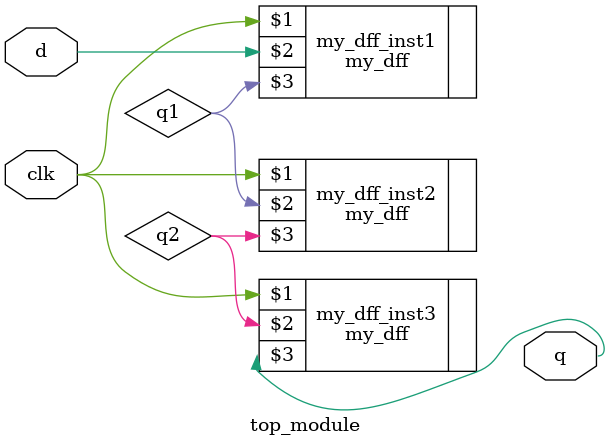
<source format=v>

module top_module ( input clk, input d, output q );

    reg q1, q2;

    my_dff my_dff_inst1 (clk, d , q1);
    my_dff my_dff_inst2 (clk, q1, q2);
    my_dff my_dff_inst3 (clk, q2, q );

endmodule

</source>
